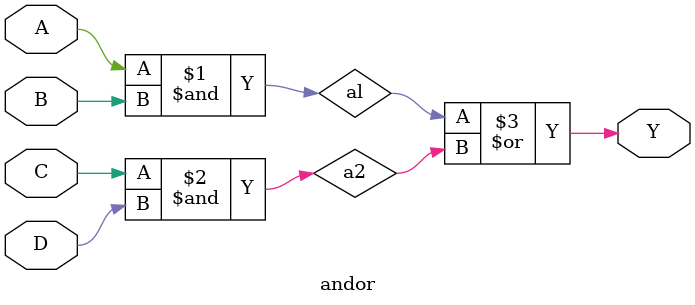
<source format=v>
module andor(A,B,C,D,Y);
input A,B,C,D;
output Y;
wire al,a2;
and gl(al,A,B);
and g2(a2,C,D);
or g3(Y,al,a2); 
endmodule

</source>
